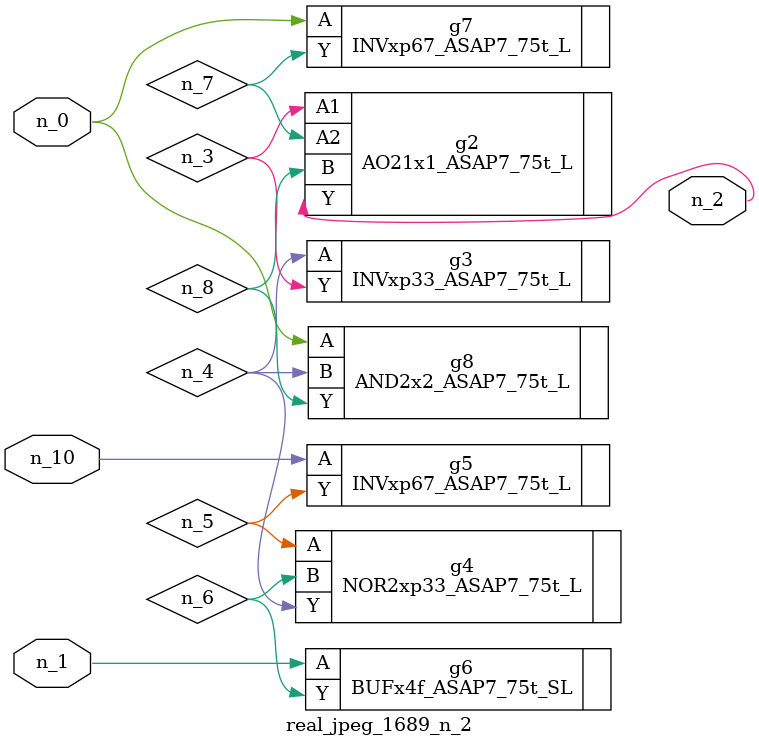
<source format=v>
module real_jpeg_1689_n_2 (n_1, n_10, n_0, n_2);

input n_1;
input n_10;
input n_0;

output n_2;

wire n_5;
wire n_4;
wire n_8;
wire n_6;
wire n_7;
wire n_3;

INVxp67_ASAP7_75t_L g7 ( 
.A(n_0),
.Y(n_7)
);

AND2x2_ASAP7_75t_L g8 ( 
.A(n_0),
.B(n_4),
.Y(n_8)
);

BUFx4f_ASAP7_75t_SL g6 ( 
.A(n_1),
.Y(n_6)
);

AO21x1_ASAP7_75t_L g2 ( 
.A1(n_3),
.A2(n_7),
.B(n_8),
.Y(n_2)
);

INVxp33_ASAP7_75t_L g3 ( 
.A(n_4),
.Y(n_3)
);

NOR2xp33_ASAP7_75t_L g4 ( 
.A(n_5),
.B(n_6),
.Y(n_4)
);

INVxp67_ASAP7_75t_L g5 ( 
.A(n_10),
.Y(n_5)
);


endmodule
</source>
